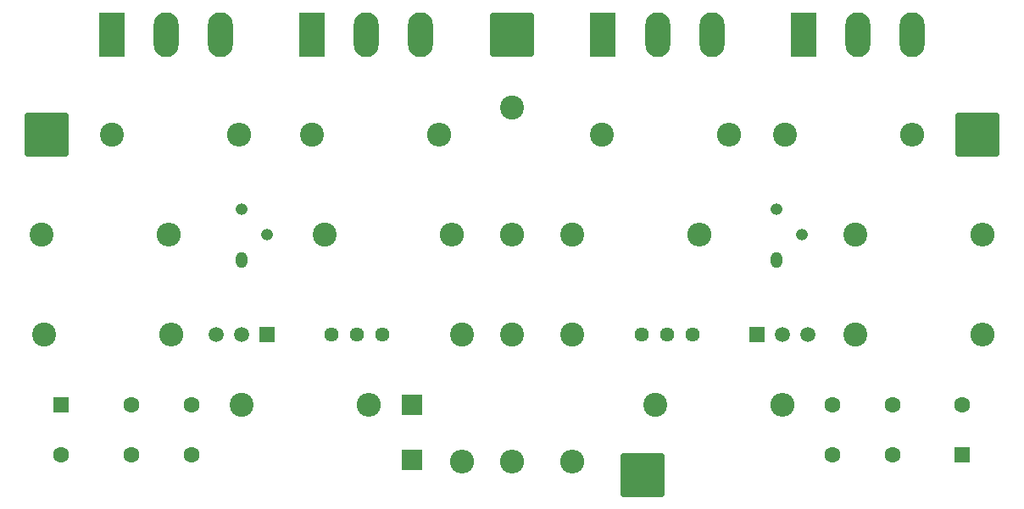
<source format=gbs>
%TF.GenerationSoftware,KiCad,Pcbnew,(6.0.0)*%
%TF.CreationDate,2022-01-15T19:35:22+01:00*%
%TF.ProjectId,zenquito,7a656e71-7569-4746-9f2e-6b696361645f,1*%
%TF.SameCoordinates,Original*%
%TF.FileFunction,Soldermask,Bot*%
%TF.FilePolarity,Negative*%
%FSLAX46Y46*%
G04 Gerber Fmt 4.6, Leading zero omitted, Abs format (unit mm)*
G04 Created by KiCad (PCBNEW (6.0.0)) date 2022-01-15 19:35:22*
%MOMM*%
%LPD*%
G01*
G04 APERTURE LIST*
G04 Aperture macros list*
%AMRoundRect*
0 Rectangle with rounded corners*
0 $1 Rounding radius*
0 $2 $3 $4 $5 $6 $7 $8 $9 X,Y pos of 4 corners*
0 Add a 4 corners polygon primitive as box body*
4,1,4,$2,$3,$4,$5,$6,$7,$8,$9,$2,$3,0*
0 Add four circle primitives for the rounded corners*
1,1,$1+$1,$2,$3*
1,1,$1+$1,$4,$5*
1,1,$1+$1,$6,$7*
1,1,$1+$1,$8,$9*
0 Add four rect primitives between the rounded corners*
20,1,$1+$1,$2,$3,$4,$5,0*
20,1,$1+$1,$4,$5,$6,$7,0*
20,1,$1+$1,$6,$7,$8,$9,0*
20,1,$1+$1,$8,$9,$2,$3,0*%
G04 Aperture macros list end*
%ADD10RoundRect,0.250001X-0.799999X-0.799999X0.799999X-0.799999X0.799999X0.799999X-0.799999X0.799999X0*%
%ADD11O,1.200000X1.600000*%
%ADD12O,1.200000X1.200000*%
%ADD13R,2.500000X4.500000*%
%ADD14O,2.500000X4.500000*%
%ADD15C,2.400000*%
%ADD16O,2.400000X2.400000*%
%ADD17C,1.440000*%
%ADD18R,1.500000X1.500000*%
%ADD19C,1.500000*%
%ADD20R,1.600000X1.600000*%
%ADD21C,1.600000*%
%ADD22RoundRect,0.249999X-1.950001X-1.950001X1.950001X-1.950001X1.950001X1.950001X-1.950001X1.950001X0*%
G04 APERTURE END LIST*
D10*
%TO.C,J4*%
X90000000Y-97000000D03*
%TD*%
%TO.C,J5*%
X90000000Y-102500000D03*
%TD*%
D11*
%TO.C,Q3*%
X73000000Y-82500000D03*
D12*
X75540000Y-79960000D03*
X73000000Y-77420000D03*
%TD*%
D11*
%TO.C,Q4*%
X126460000Y-82500000D03*
D12*
X129000000Y-79960000D03*
X126460000Y-77420000D03*
%TD*%
D13*
%TO.C,Q5*%
X60000000Y-60000000D03*
D14*
X65450000Y-60000000D03*
X70900000Y-60000000D03*
%TD*%
D13*
%TO.C,Q6*%
X109100000Y-60000000D03*
D14*
X114550000Y-60000000D03*
X120000000Y-60000000D03*
%TD*%
D13*
%TO.C,Q8*%
X129100000Y-60000000D03*
D14*
X134550000Y-60000000D03*
X140000000Y-60000000D03*
%TD*%
D15*
%TO.C,R1*%
X95000000Y-90000000D03*
D16*
X95000000Y-102700000D03*
%TD*%
D15*
%TO.C,R3*%
X114300000Y-97000000D03*
D16*
X127000000Y-97000000D03*
%TD*%
D15*
%TO.C,R4*%
X53300000Y-90000000D03*
D16*
X66000000Y-90000000D03*
%TD*%
D15*
%TO.C,R5*%
X134300000Y-90000000D03*
D16*
X147000000Y-90000000D03*
%TD*%
D15*
%TO.C,R8*%
X106000000Y-90000000D03*
D16*
X106000000Y-102700000D03*
%TD*%
D15*
%TO.C,R10*%
X81300000Y-80000000D03*
D16*
X94000000Y-80000000D03*
%TD*%
D15*
%TO.C,R11*%
X106000000Y-80000000D03*
D16*
X118700000Y-80000000D03*
%TD*%
D15*
%TO.C,R12*%
X134300000Y-80000000D03*
D16*
X147000000Y-80000000D03*
%TD*%
D15*
%TO.C,R14*%
X109000000Y-70000000D03*
D16*
X121700000Y-70000000D03*
%TD*%
D17*
%TO.C,RV2*%
X112920000Y-90000000D03*
X115460000Y-90000000D03*
X118000000Y-90000000D03*
%TD*%
D15*
%TO.C,R7*%
X100000000Y-90000000D03*
D16*
X100000000Y-102700000D03*
%TD*%
D18*
%TO.C,Q1*%
X75540000Y-90000000D03*
D19*
X73000000Y-90000000D03*
X70460000Y-90000000D03*
%TD*%
D15*
%TO.C,R2*%
X73000000Y-97000000D03*
D16*
X85700000Y-97000000D03*
%TD*%
D15*
%TO.C,R9*%
X53000000Y-80000000D03*
D16*
X65700000Y-80000000D03*
%TD*%
D20*
%TO.C,C2*%
X145000000Y-102000000D03*
D21*
X145000000Y-97000000D03*
%TD*%
%TO.C,C3*%
X62000000Y-97000000D03*
X62000000Y-102000000D03*
%TD*%
D17*
%TO.C,RV1*%
X82000000Y-90000000D03*
X84540000Y-90000000D03*
X87080000Y-90000000D03*
%TD*%
D18*
%TO.C,Q2*%
X124460000Y-90000000D03*
D19*
X127000000Y-90000000D03*
X129540000Y-90000000D03*
%TD*%
D22*
%TO.C,J3*%
X146500000Y-70000000D03*
%TD*%
%TO.C,J6*%
X100000000Y-60000000D03*
%TD*%
D15*
%TO.C,R13*%
X60000000Y-70000000D03*
D16*
X72700000Y-70000000D03*
%TD*%
D15*
%TO.C,R16*%
X127300000Y-70000000D03*
D16*
X140000000Y-70000000D03*
%TD*%
D15*
%TO.C,R15*%
X80000000Y-70000000D03*
D16*
X92700000Y-70000000D03*
%TD*%
D13*
%TO.C,Q7*%
X80000000Y-60000000D03*
D14*
X85450000Y-60000000D03*
X90900000Y-60000000D03*
%TD*%
D21*
%TO.C,C5*%
X68000000Y-102000000D03*
X68000000Y-97000000D03*
%TD*%
D22*
%TO.C,J2*%
X113000000Y-104000000D03*
%TD*%
%TO.C,J1*%
X53500000Y-70000000D03*
%TD*%
D21*
%TO.C,C6*%
X132000000Y-97000000D03*
X132000000Y-102000000D03*
%TD*%
D20*
%TO.C,C1*%
X55000000Y-97000000D03*
D21*
X55000000Y-102000000D03*
%TD*%
%TO.C,C4*%
X138000000Y-102000000D03*
X138000000Y-97000000D03*
%TD*%
D15*
%TO.C,R6*%
X100000000Y-67300000D03*
D16*
X100000000Y-80000000D03*
%TD*%
M02*

</source>
